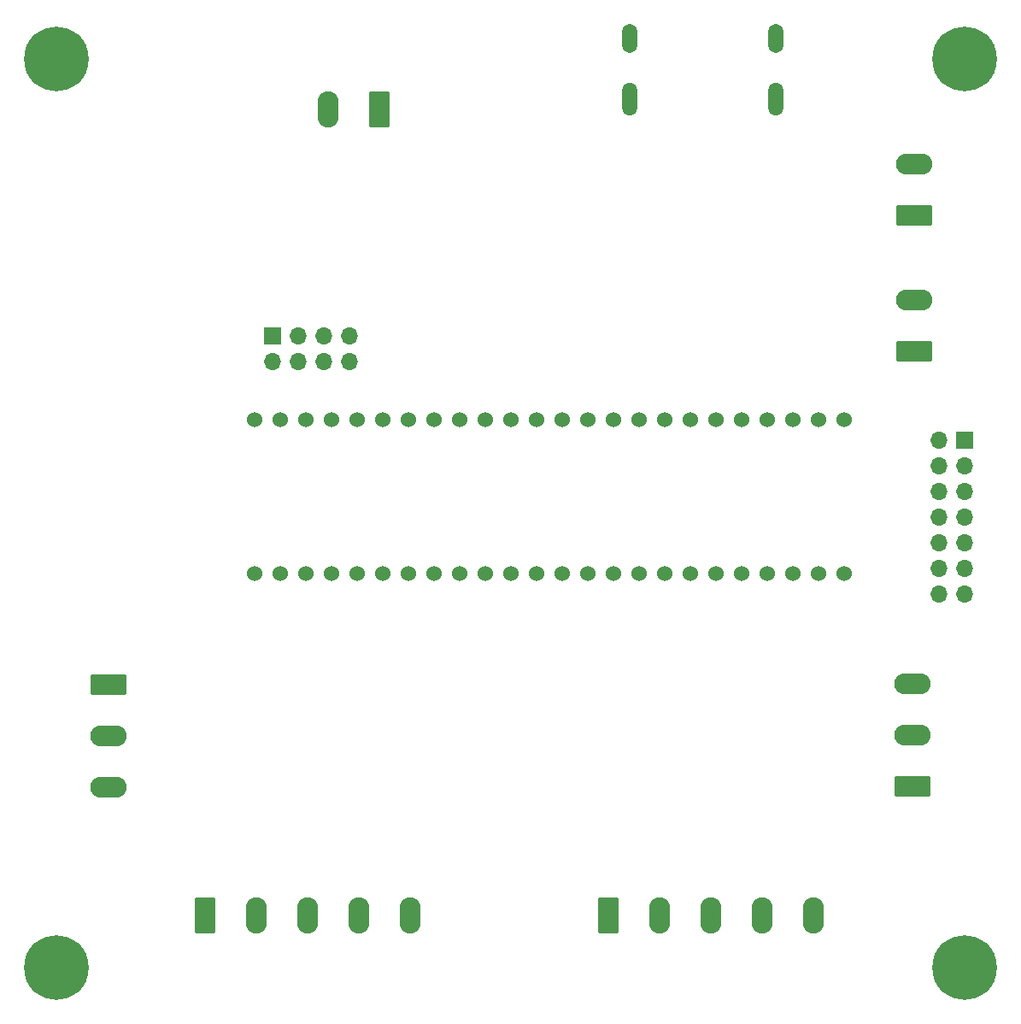
<source format=gbr>
%TF.GenerationSoftware,KiCad,Pcbnew,8.0.4*%
%TF.CreationDate,2024-09-25T08:20:50+02:00*%
%TF.ProjectId,pong_pcb,706f6e67-5f70-4636-922e-6b696361645f,rev?*%
%TF.SameCoordinates,Original*%
%TF.FileFunction,Soldermask,Bot*%
%TF.FilePolarity,Negative*%
%FSLAX46Y46*%
G04 Gerber Fmt 4.6, Leading zero omitted, Abs format (unit mm)*
G04 Created by KiCad (PCBNEW 8.0.4) date 2024-09-25 08:20:50*
%MOMM*%
%LPD*%
G01*
G04 APERTURE LIST*
G04 Aperture macros list*
%AMRoundRect*
0 Rectangle with rounded corners*
0 $1 Rounding radius*
0 $2 $3 $4 $5 $6 $7 $8 $9 X,Y pos of 4 corners*
0 Add a 4 corners polygon primitive as box body*
4,1,4,$2,$3,$4,$5,$6,$7,$8,$9,$2,$3,0*
0 Add four circle primitives for the rounded corners*
1,1,$1+$1,$2,$3*
1,1,$1+$1,$4,$5*
1,1,$1+$1,$6,$7*
1,1,$1+$1,$8,$9*
0 Add four rect primitives between the rounded corners*
20,1,$1+$1,$2,$3,$4,$5,0*
20,1,$1+$1,$4,$5,$6,$7,0*
20,1,$1+$1,$6,$7,$8,$9,0*
20,1,$1+$1,$8,$9,$2,$3,0*%
G04 Aperture macros list end*
%ADD10C,0.800000*%
%ADD11C,6.400000*%
%ADD12O,1.500000X3.300000*%
%ADD13O,1.500000X2.890000*%
%ADD14R,1.700000X1.700000*%
%ADD15O,1.700000X1.700000*%
%ADD16RoundRect,0.249999X1.550001X-0.790001X1.550001X0.790001X-1.550001X0.790001X-1.550001X-0.790001X0*%
%ADD17O,3.600000X2.080000*%
%ADD18RoundRect,0.249999X-0.790001X-1.550001X0.790001X-1.550001X0.790001X1.550001X-0.790001X1.550001X0*%
%ADD19O,2.080000X3.600000*%
%ADD20C,1.524000*%
%ADD21RoundRect,0.249999X-1.550001X0.790001X-1.550001X-0.790001X1.550001X-0.790001X1.550001X0.790001X0*%
%ADD22RoundRect,0.249999X0.790001X1.550001X-0.790001X1.550001X-0.790001X-1.550001X0.790001X-1.550001X0*%
G04 APERTURE END LIST*
D10*
%TO.C,H4*%
X152600000Y-139000000D03*
X153302944Y-137302944D03*
X153302944Y-140697056D03*
X155000000Y-136600000D03*
D11*
X155000000Y-139000000D03*
D10*
X155000000Y-141400000D03*
X156697056Y-137302944D03*
X156697056Y-140697056D03*
X157400000Y-139000000D03*
%TD*%
D12*
%TO.C,J2*%
X136250000Y-53000000D03*
D13*
X136250000Y-47000000D03*
D12*
X121750000Y-53000000D03*
D13*
X121750000Y-47000000D03*
%TD*%
D14*
%TO.C,J11*%
X86380000Y-76500000D03*
D15*
X86380000Y-79040000D03*
X88920000Y-76500000D03*
X88920000Y-79040000D03*
X91460000Y-76500000D03*
X91460000Y-79040000D03*
X94000000Y-76500000D03*
X94000000Y-79040000D03*
%TD*%
D16*
%TO.C,J4*%
X149822500Y-121080000D03*
D17*
X149822500Y-116000000D03*
X149822500Y-110920000D03*
%TD*%
D18*
%TO.C,J7*%
X119640000Y-133822500D03*
D19*
X124720000Y-133822500D03*
X129800000Y-133822500D03*
X134880000Y-133822500D03*
X139960000Y-133822500D03*
%TD*%
D16*
%TO.C,J5*%
X149972500Y-78000000D03*
D17*
X149972500Y-72920000D03*
%TD*%
D10*
%TO.C,H2*%
X152600000Y-49000000D03*
X153302944Y-47302944D03*
X153302944Y-50697056D03*
X155000000Y-46600000D03*
D11*
X155000000Y-49000000D03*
D10*
X155000000Y-51400000D03*
X156697056Y-47302944D03*
X156697056Y-50697056D03*
X157400000Y-49000000D03*
%TD*%
D14*
%TO.C,J9*%
X155000000Y-86760000D03*
D15*
X152460000Y-86760000D03*
X155000000Y-89300000D03*
X152460000Y-89300000D03*
X155000000Y-91840000D03*
X152460000Y-91840000D03*
X155000000Y-94380000D03*
X152460000Y-94380000D03*
X155000000Y-96920000D03*
X152460000Y-96920000D03*
X155000000Y-99460000D03*
X152460000Y-99460000D03*
X155000000Y-102000000D03*
X152460000Y-102000000D03*
%TD*%
D20*
%TO.C,U2*%
X84600000Y-100000000D03*
X87140000Y-100000000D03*
X89680000Y-100000000D03*
X92220000Y-100000000D03*
X94760000Y-100000000D03*
X97300000Y-100000000D03*
X99840000Y-100000000D03*
X102380000Y-100000000D03*
X104920000Y-100000000D03*
X107460000Y-100000000D03*
X110000000Y-100000000D03*
X112540000Y-100000000D03*
X115080000Y-100000000D03*
X117620000Y-100000000D03*
X120160000Y-100000000D03*
X122700000Y-100000000D03*
X125240000Y-100000000D03*
X127780000Y-100000000D03*
X130320000Y-100000000D03*
X132860000Y-100000000D03*
X135400000Y-100000000D03*
X137940000Y-100000000D03*
X140480000Y-100000000D03*
X143020000Y-100000000D03*
X143020000Y-84760000D03*
X140480000Y-84760000D03*
X137940000Y-84760000D03*
X135400000Y-84760000D03*
X132860000Y-84760000D03*
X130320000Y-84760000D03*
X127780000Y-84760000D03*
X125240000Y-84760000D03*
X122700000Y-84760000D03*
X120160000Y-84760000D03*
X117620000Y-84760000D03*
X115080000Y-84760000D03*
X112540000Y-84760000D03*
X110000000Y-84760000D03*
X107460000Y-84760000D03*
X104920000Y-84760000D03*
X102380000Y-84760000D03*
X99840000Y-84760000D03*
X97300000Y-84760000D03*
X94760000Y-84760000D03*
X92220000Y-84760000D03*
X89680000Y-84760000D03*
X87140000Y-84760000D03*
X84600000Y-84760000D03*
%TD*%
D16*
%TO.C,J8*%
X149972500Y-64540000D03*
D17*
X149972500Y-59460000D03*
%TD*%
D18*
%TO.C,J6*%
X79680000Y-133822500D03*
D19*
X84760000Y-133822500D03*
X89840000Y-133822500D03*
X94920000Y-133822500D03*
X100000000Y-133822500D03*
%TD*%
D21*
%TO.C,J3*%
X70177500Y-111000000D03*
D17*
X70177500Y-116080000D03*
X70177500Y-121160000D03*
%TD*%
D10*
%TO.C,H3*%
X62600000Y-139000000D03*
X63302944Y-137302944D03*
X63302944Y-140697056D03*
X65000000Y-136600000D03*
D11*
X65000000Y-139000000D03*
D10*
X65000000Y-141400000D03*
X66697056Y-137302944D03*
X66697056Y-140697056D03*
X67400000Y-139000000D03*
%TD*%
%TO.C,H1*%
X62600000Y-49000000D03*
X63302944Y-47302944D03*
X63302944Y-50697056D03*
X65000000Y-46600000D03*
D11*
X65000000Y-49000000D03*
D10*
X65000000Y-51400000D03*
X66697056Y-47302944D03*
X66697056Y-50697056D03*
X67400000Y-49000000D03*
%TD*%
D22*
%TO.C,J1*%
X97000000Y-54027500D03*
D19*
X91920000Y-54027500D03*
%TD*%
M02*

</source>
